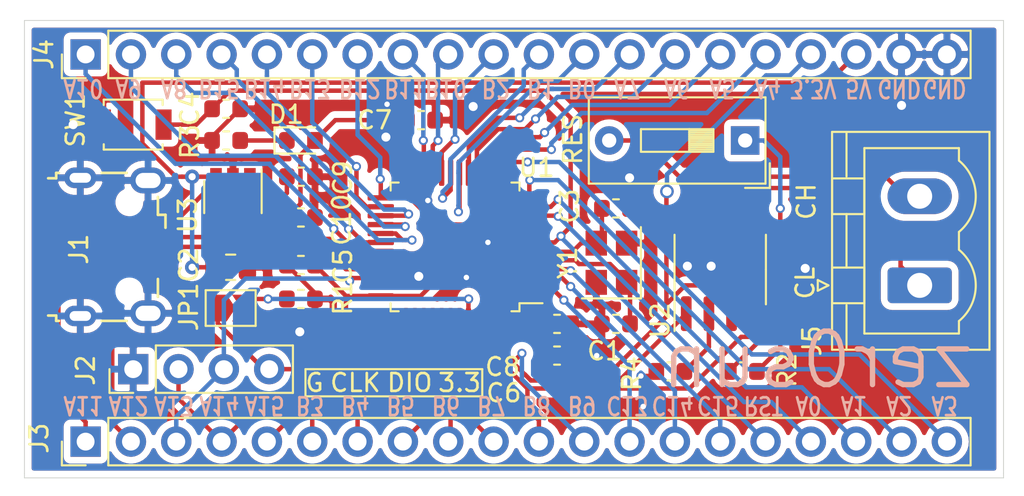
<source format=kicad_pcb>
(kicad_pcb (version 20171130) (host pcbnew 5.1.4+dfsg1-2)
  (layers (0 F.Cu signal) (31 B.Cu signal) (34 B.Paste user) (35 F.Paste user) (36 B.SilkS user) (37 F.SilkS user) (38 B.Mask user) (39 F.Mask user) (44 Edge.Cuts user))
  (net 0 "")
  (net 1 GND)
  (net 2 "Net-(C1-Pad1)")
  (net 3 +5V)
  (net 4 "Net-(C3-Pad1)")
  (net 5 /NRST)
  (net 6 +3V3)
  (net 7 "Net-(D1-Pad1)")
  (net 8 "Net-(J1-Pad4)")
  (net 9 /A12)
  (net 10 /A11)
  (net 11 /A13)
  (net 12 /A14)
  (net 13 /C15)
  (net 14 /C14)
  (net 15 /C13)
  (net 16 /A15)
  (net 17 /A10)
  (net 18 /A9)
  (net 19 /A8)
  (net 20 /A7)
  (net 21 /A6)
  (net 22 /A5)
  (net 23 /A4)
  (net 24 /A3)
  (net 25 /A2)
  (net 26 /A1)
  (net 27 /A0)
  (net 28 /B15)
  (net 29 /B14)
  (net 30 /B13)
  (net 31 /B12)
  (net 32 /B11)
  (net 33 /B10)
  (net 34 /B9)
  (net 35 /B8)
  (net 36 /B7)
  (net 37 /B6)
  (net 38 /B5)
  (net 39 /B4)
  (net 40 /B3)
  (net 41 /B2)
  (net 42 /B1)
  (net 43 /B0)
  (net 44 "Net-(J5-Pad2)")
  (net 45 "Net-(J5-Pad1)")
  (net 46 /BOOT0)
  (net 47 "Net-(R2-Pad2)")
  (net 48 "Net-(R4-Pad1)")
  (net 49 "Net-(U2-Pad5)")
  (net 50 "Net-(U3-Pad4)")
  (module Connector_PinHeader_2.54mm:PinHeader_1x20_P2.54mm_Vertical (layer F.Cu) (at 22.479 65.532 90)
    (fp_text reference J3 (at 0.1905 -2.6035 90) (layer F.SilkS))
    (fp_text value connect)
    (pad 20 thru_hole oval (at 0 48.26 90) (size 1.7 1.7) (drill 1) (layers *.Cu *.Mask) (net 24 /A3))
    (pad 19 thru_hole oval (at 0 45.72 90) (size 1.7 1.7) (drill 1) (layers *.Cu *.Mask) (net 25 /A2))
    (pad 18 thru_hole oval (at 0 43.18 90) (size 1.7 1.7) (drill 1) (layers *.Cu *.Mask) (net 26 /A1))
    (pad 17 thru_hole oval (at 0 40.64 90) (size 1.7 1.7) (drill 1) (layers *.Cu *.Mask) (net 27 /A0))
    (pad 16 thru_hole oval (at 0 38.1 90) (size 1.7 1.7) (drill 1) (layers *.Cu *.Mask) (net 5 /NRST))
    (pad 15 thru_hole oval (at 0 35.56 90) (size 1.7 1.7) (drill 1) (layers *.Cu *.Mask) (net 13 /C15))
    (pad 14 thru_hole oval (at 0 33.02 90) (size 1.7 1.7) (drill 1) (layers *.Cu *.Mask) (net 14 /C14))
    (pad 13 thru_hole oval (at 0 30.48 90) (size 1.7 1.7) (drill 1) (layers *.Cu *.Mask) (net 15 /C13))
    (pad 12 thru_hole oval (at 0 27.94 90) (size 1.7 1.7) (drill 1) (layers *.Cu *.Mask) (net 34 /B9))
    (pad 11 thru_hole oval (at 0 25.4 90) (size 1.7 1.7) (drill 1) (layers *.Cu *.Mask) (net 35 /B8))
    (pad 10 thru_hole oval (at 0 22.86 90) (size 1.7 1.7) (drill 1) (layers *.Cu *.Mask) (net 36 /B7))
    (pad 9 thru_hole oval (at 0 20.32 90) (size 1.7 1.7) (drill 1) (layers *.Cu *.Mask) (net 37 /B6))
    (pad 8 thru_hole oval (at 0 17.78 90) (size 1.7 1.7) (drill 1) (layers *.Cu *.Mask) (net 38 /B5))
    (pad 7 thru_hole oval (at 0 15.24 90) (size 1.7 1.7) (drill 1) (layers *.Cu *.Mask) (net 39 /B4))
    (pad 6 thru_hole oval (at 0 12.7 90) (size 1.7 1.7) (drill 1) (layers *.Cu *.Mask) (net 40 /B3))
    (pad 5 thru_hole oval (at 0 10.16 90) (size 1.7 1.7) (drill 1) (layers *.Cu *.Mask) (net 16 /A15))
    (pad 4 thru_hole oval (at 0 7.62 90) (size 1.7 1.7) (drill 1) (layers *.Cu *.Mask) (net 12 /A14))
    (pad 3 thru_hole oval (at 0 5.08 90) (size 1.7 1.7) (drill 1) (layers *.Cu *.Mask) (net 11 /A13))
    (pad 2 thru_hole oval (at 0 2.54 90) (size 1.7 1.7) (drill 1) (layers *.Cu *.Mask) (net 9 /A12))
    (pad 1 thru_hole rect (at 0 0 90) (size 1.7 1.7) (drill 1) (layers *.Cu *.Mask) (net 10 /A11))
  )
  (module Connector_PinHeader_2.54mm:PinHeader_1x20_P2.54mm_Vertical (layer F.Cu) (at 22.479 43.815 90)
    (fp_text reference J4 (at 0 -2.33 90) (layer F.SilkS))
    (fp_text value connect)
    (pad 20 thru_hole oval (at 0 48.26 90) (size 1.7 1.7) (drill 1) (layers *.Cu *.Mask) (net 1 GND))
    (pad 19 thru_hole oval (at 0 45.72 90) (size 1.7 1.7) (drill 1) (layers *.Cu *.Mask) (net 1 GND))
    (pad 18 thru_hole oval (at 0 43.18 90) (size 1.7 1.7) (drill 1) (layers *.Cu *.Mask) (net 3 +5V))
    (pad 17 thru_hole oval (at 0 40.64 90) (size 1.7 1.7) (drill 1) (layers *.Cu *.Mask) (net 6 +3V3))
    (pad 16 thru_hole oval (at 0 38.1 90) (size 1.7 1.7) (drill 1) (layers *.Cu *.Mask) (net 23 /A4))
    (pad 15 thru_hole oval (at 0 35.56 90) (size 1.7 1.7) (drill 1) (layers *.Cu *.Mask) (net 22 /A5))
    (pad 14 thru_hole oval (at 0 33.02 90) (size 1.7 1.7) (drill 1) (layers *.Cu *.Mask) (net 21 /A6))
    (pad 13 thru_hole oval (at 0 30.48 90) (size 1.7 1.7) (drill 1) (layers *.Cu *.Mask) (net 20 /A7))
    (pad 12 thru_hole oval (at 0 27.94 90) (size 1.7 1.7) (drill 1) (layers *.Cu *.Mask) (net 43 /B0))
    (pad 11 thru_hole oval (at 0 25.4 90) (size 1.7 1.7) (drill 1) (layers *.Cu *.Mask) (net 42 /B1))
    (pad 10 thru_hole oval (at 0 22.86 90) (size 1.7 1.7) (drill 1) (layers *.Cu *.Mask) (net 41 /B2))
    (pad 9 thru_hole oval (at 0 20.32 90) (size 1.7 1.7) (drill 1) (layers *.Cu *.Mask) (net 33 /B10))
    (pad 8 thru_hole oval (at 0 17.78 90) (size 1.7 1.7) (drill 1) (layers *.Cu *.Mask) (net 32 /B11))
    (pad 7 thru_hole oval (at 0 15.24 90) (size 1.7 1.7) (drill 1) (layers *.Cu *.Mask) (net 31 /B12))
    (pad 6 thru_hole oval (at 0 12.7 90) (size 1.7 1.7) (drill 1) (layers *.Cu *.Mask) (net 30 /B13))
    (pad 5 thru_hole oval (at 0 10.16 90) (size 1.7 1.7) (drill 1) (layers *.Cu *.Mask) (net 29 /B14))
    (pad 4 thru_hole oval (at 0 7.62 90) (size 1.7 1.7) (drill 1) (layers *.Cu *.Mask) (net 28 /B15))
    (pad 3 thru_hole oval (at 0 5.08 90) (size 1.7 1.7) (drill 1) (layers *.Cu *.Mask) (net 19 /A8))
    (pad 2 thru_hole oval (at 0 2.54 90) (size 1.7 1.7) (drill 1) (layers *.Cu *.Mask) (net 18 /A9))
    (pad 1 thru_hole rect (at 0 0 90) (size 1.7 1.7) (drill 1) (layers *.Cu *.Mask) (net 17 /A10))
  )
  (module Capacitor_SMD:C_0603_1608Metric (layer F.Cu) (at 52.197 58.928 180)
    (fp_text reference C1 (at 0.635 -1.524) (layer F.SilkS))
    (fp_text value 22pf)
    (pad 2 smd roundrect (at 0.7875 0 180) (size 0.875 0.95) (layers F.Cu F.Paste F.Mask) (net 1 GND))
    (pad 1 smd roundrect (at -0.7875 0 180) (size 0.875 0.95) (layers F.Cu F.Paste F.Mask) (net 2 "Net-(C1-Pad1)"))
  )
  (module Crystal:Crystal_SMD_3225-4Pin_3.2x2.5mm (layer F.Cu) (at 51.943 55.499 90)
    (fp_text reference Y1 (at 0 -2.45 90) (layer F.SilkS))
    (fp_text value GND24)
    (pad 4 smd rect (at -1.1 -0.85 90) (size 1.4 1.2) (layers F.Cu F.Paste F.Mask) (net 1 GND))
    (pad 3 smd rect (at 1.1 -0.85 90) (size 1.4 1.2) (layers F.Cu F.Paste F.Mask) (net 4 "Net-(C3-Pad1)"))
    (pad 2 smd rect (at 1.1 0.85 90) (size 1.4 1.2) (layers F.Cu F.Paste F.Mask) (net 1 GND))
    (pad 1 smd rect (at -1.1 0.85 90) (size 1.4 1.2) (layers F.Cu F.Paste F.Mask) (net 2 "Net-(C1-Pad1)"))
  )
  (module Package_TO_SOT_SMD:SOT-23-5 (layer F.Cu) (at 30.734 51.816 270)
    (fp_text reference U3 (at 1.016 2.54 90) (layer F.SilkS))
    (fp_text value TLV70033_SOT23-5)
    (pad 5 smd rect (at 1.1 -0.95 270) (size 1.06 0.65) (layers F.Cu F.Paste F.Mask) (net 6 +3V3))
    (pad 4 smd rect (at 1.1 0.95 270) (size 1.06 0.65) (layers F.Cu F.Paste F.Mask) (net 50 "Net-(U3-Pad4)"))
    (pad 3 smd rect (at -1.1 0.95 270) (size 1.06 0.65) (layers F.Cu F.Paste F.Mask) (net 3 +5V))
    (pad 2 smd rect (at -1.1 0 270) (size 1.06 0.65) (layers F.Cu F.Paste F.Mask) (net 1 GND))
    (pad 1 smd rect (at -1.1 -0.95 270) (size 1.06 0.65) (layers F.Cu F.Paste F.Mask) (net 3 +5V))
  )
  (module Package_SO:SOIC-8_3.9x4.9mm_P1.27mm (layer F.Cu) (at 58.039 55.88 90)
    (fp_text reference U2 (at -2.8575 -3.3655 90) (layer F.SilkS))
    (fp_text value SN65HVD231)
    (pad 8 smd roundrect (at 2.475 -1.905 90) (size 1.95 0.6) (layers F.Cu F.Paste F.Mask) (net 1 GND))
    (pad 7 smd roundrect (at 2.475 -0.635 90) (size 1.95 0.6) (layers F.Cu F.Paste F.Mask) (net 44 "Net-(J5-Pad2)"))
    (pad 6 smd roundrect (at 2.475 0.635 90) (size 1.95 0.6) (layers F.Cu F.Paste F.Mask) (net 45 "Net-(J5-Pad1)"))
    (pad 5 smd roundrect (at 2.475 1.905 90) (size 1.95 0.6) (layers F.Cu F.Paste F.Mask) (net 49 "Net-(U2-Pad5)"))
    (pad 4 smd roundrect (at -2.475 1.905 90) (size 1.95 0.6) (layers F.Cu F.Paste F.Mask) (net 35 /B8))
    (pad 3 smd roundrect (at -2.475 0.635 90) (size 1.95 0.6) (layers F.Cu F.Paste F.Mask) (net 6 +3V3))
    (pad 2 smd roundrect (at -2.475 -0.635 90) (size 1.95 0.6) (layers F.Cu F.Paste F.Mask) (net 48 "Net-(R4-Pad1)"))
    (pad 1 smd roundrect (at -2.475 -1.905 90) (size 1.95 0.6) (layers F.Cu F.Paste F.Mask) (net 34 /B9))
  )
  (module Package_QFP:LQFP-48_7x7mm_P0.5mm (layer F.Cu) (at 43.18 54.61 180)
    (fp_text reference U1 (at -4.572 4.445) (layer F.SilkS))
    (fp_text value STM32F042C6Tx)
    (pad 48 smd roundrect (at -2.75 -4.1625 180) (size 0.3 1.475) (layers F.Cu F.Paste F.Mask) (net 6 +3V3))
    (pad 47 smd roundrect (at -2.25 -4.1625 180) (size 0.3 1.475) (layers F.Cu F.Paste F.Mask) (net 1 GND))
    (pad 46 smd roundrect (at -1.75 -4.1625 180) (size 0.3 1.475) (layers F.Cu F.Paste F.Mask) (net 34 /B9))
    (pad 45 smd roundrect (at -1.25 -4.1625 180) (size 0.3 1.475) (layers F.Cu F.Paste F.Mask) (net 35 /B8))
    (pad 44 smd roundrect (at -0.75 -4.1625 180) (size 0.3 1.475) (layers F.Cu F.Paste F.Mask) (net 46 /BOOT0))
    (pad 43 smd roundrect (at -0.25 -4.1625 180) (size 0.3 1.475) (layers F.Cu F.Paste F.Mask) (net 36 /B7))
    (pad 42 smd roundrect (at 0.25 -4.1625 180) (size 0.3 1.475) (layers F.Cu F.Paste F.Mask) (net 37 /B6))
    (pad 41 smd roundrect (at 0.75 -4.1625 180) (size 0.3 1.475) (layers F.Cu F.Paste F.Mask) (net 38 /B5))
    (pad 40 smd roundrect (at 1.25 -4.1625 180) (size 0.3 1.475) (layers F.Cu F.Paste F.Mask) (net 39 /B4))
    (pad 39 smd roundrect (at 1.75 -4.1625 180) (size 0.3 1.475) (layers F.Cu F.Paste F.Mask) (net 40 /B3))
    (pad 38 smd roundrect (at 2.25 -4.1625 180) (size 0.3 1.475) (layers F.Cu F.Paste F.Mask) (net 16 /A15))
    (pad 37 smd roundrect (at 2.75 -4.1625 180) (size 0.3 1.475) (layers F.Cu F.Paste F.Mask) (net 12 /A14))
    (pad 36 smd roundrect (at 4.1625 -2.75 180) (size 1.475 0.3) (layers F.Cu F.Paste F.Mask) (net 6 +3V3))
    (pad 35 smd roundrect (at 4.1625 -2.25 180) (size 1.475 0.3) (layers F.Cu F.Paste F.Mask) (net 1 GND))
    (pad 34 smd roundrect (at 4.1625 -1.75 180) (size 1.475 0.3) (layers F.Cu F.Paste F.Mask) (net 11 /A13))
    (pad 33 smd roundrect (at 4.1625 -1.25 180) (size 1.475 0.3) (layers F.Cu F.Paste F.Mask) (net 9 /A12))
    (pad 32 smd roundrect (at 4.1625 -0.75 180) (size 1.475 0.3) (layers F.Cu F.Paste F.Mask) (net 10 /A11))
    (pad 31 smd roundrect (at 4.1625 -0.25 180) (size 1.475 0.3) (layers F.Cu F.Paste F.Mask) (net 17 /A10))
    (pad 30 smd roundrect (at 4.1625 0.25 180) (size 1.475 0.3) (layers F.Cu F.Paste F.Mask) (net 18 /A9))
    (pad 29 smd roundrect (at 4.1625 0.75 180) (size 1.475 0.3) (layers F.Cu F.Paste F.Mask) (net 19 /A8))
    (pad 28 smd roundrect (at 4.1625 1.25 180) (size 1.475 0.3) (layers F.Cu F.Paste F.Mask) (net 28 /B15))
    (pad 27 smd roundrect (at 4.1625 1.75 180) (size 1.475 0.3) (layers F.Cu F.Paste F.Mask) (net 29 /B14))
    (pad 26 smd roundrect (at 4.1625 2.25 180) (size 1.475 0.3) (layers F.Cu F.Paste F.Mask) (net 30 /B13))
    (pad 25 smd roundrect (at 4.1625 2.75 180) (size 1.475 0.3) (layers F.Cu F.Paste F.Mask) (net 31 /B12))
    (pad 24 smd roundrect (at 2.75 4.1625 180) (size 0.3 1.475) (layers F.Cu F.Paste F.Mask) (net 6 +3V3))
    (pad 23 smd roundrect (at 2.25 4.1625 180) (size 0.3 1.475) (layers F.Cu F.Paste F.Mask) (net 1 GND))
    (pad 22 smd roundrect (at 1.75 4.1625 180) (size 0.3 1.475) (layers F.Cu F.Paste F.Mask) (net 32 /B11))
    (pad 21 smd roundrect (at 1.25 4.1625 180) (size 0.3 1.475) (layers F.Cu F.Paste F.Mask) (net 33 /B10))
    (pad 20 smd roundrect (at 0.75 4.1625 180) (size 0.3 1.475) (layers F.Cu F.Paste F.Mask) (net 41 /B2))
    (pad 19 smd roundrect (at 0.25 4.1625 180) (size 0.3 1.475) (layers F.Cu F.Paste F.Mask) (net 42 /B1))
    (pad 18 smd roundrect (at -0.25 4.1625 180) (size 0.3 1.475) (layers F.Cu F.Paste F.Mask) (net 43 /B0))
    (pad 17 smd roundrect (at -0.75 4.1625 180) (size 0.3 1.475) (layers F.Cu F.Paste F.Mask) (net 20 /A7))
    (pad 16 smd roundrect (at -1.25 4.1625 180) (size 0.3 1.475) (layers F.Cu F.Paste F.Mask) (net 21 /A6))
    (pad 15 smd roundrect (at -1.75 4.1625 180) (size 0.3 1.475) (layers F.Cu F.Paste F.Mask) (net 22 /A5))
    (pad 14 smd roundrect (at -2.25 4.1625 180) (size 0.3 1.475) (layers F.Cu F.Paste F.Mask) (net 23 /A4))
    (pad 13 smd roundrect (at -2.75 4.1625 180) (size 0.3 1.475) (layers F.Cu F.Paste F.Mask) (net 24 /A3))
    (pad 12 smd roundrect (at -4.1625 2.75 180) (size 1.475 0.3) (layers F.Cu F.Paste F.Mask) (net 25 /A2))
    (pad 11 smd roundrect (at -4.1625 2.25 180) (size 1.475 0.3) (layers F.Cu F.Paste F.Mask) (net 26 /A1))
    (pad 10 smd roundrect (at -4.1625 1.75 180) (size 1.475 0.3) (layers F.Cu F.Paste F.Mask) (net 27 /A0))
    (pad 9 smd roundrect (at -4.1625 1.25 180) (size 1.475 0.3) (layers F.Cu F.Paste F.Mask) (net 6 +3V3))
    (pad 8 smd roundrect (at -4.1625 0.75 180) (size 1.475 0.3) (layers F.Cu F.Paste F.Mask) (net 1 GND))
    (pad 7 smd roundrect (at -4.1625 0.25 180) (size 1.475 0.3) (layers F.Cu F.Paste F.Mask) (net 5 /NRST))
    (pad 6 smd roundrect (at -4.1625 -0.25 180) (size 1.475 0.3) (layers F.Cu F.Paste F.Mask) (net 4 "Net-(C3-Pad1)"))
    (pad 5 smd roundrect (at -4.1625 -0.75 180) (size 1.475 0.3) (layers F.Cu F.Paste F.Mask) (net 2 "Net-(C1-Pad1)"))
    (pad 4 smd roundrect (at -4.1625 -1.25 180) (size 1.475 0.3) (layers F.Cu F.Paste F.Mask) (net 13 /C15))
    (pad 3 smd roundrect (at -4.1625 -1.75 180) (size 1.475 0.3) (layers F.Cu F.Paste F.Mask) (net 14 /C14))
    (pad 2 smd roundrect (at -4.1625 -2.25 180) (size 1.475 0.3) (layers F.Cu F.Paste F.Mask) (net 15 /C13))
    (pad 1 smd roundrect (at -4.1625 -2.75 180) (size 1.475 0.3) (layers F.Cu F.Paste F.Mask) (net 6 +3V3))
  )
  (module Button_Switch_THT:SW_DIP_SPSTx01_Slide_9.78x4.72mm_W7.62mm_P2.54mm (layer F.Cu) (at 59.436 48.641 180)
    (fp_text reference RES (at 9.652 0.0635 90) (layer F.SilkS))
    (fp_text value Term)
    (pad 2 thru_hole oval (at 7.62 0 180) (size 1.6 1.6) (drill 0.8) (layers *.Cu *.Mask) (net 44 "Net-(J5-Pad2)"))
    (pad 1 thru_hole rect (at 0 0 180) (size 1.6 1.6) (drill 0.8) (layers *.Cu *.Mask) (net 47 "Net-(R2-Pad2)"))
  )
  (module Button_Switch_SMD:SW_SPST_B3U-1000P (layer F.Cu) (at 25.146 47.752)
    (fp_text reference SW1 (at -3.2385 -0.254 90) (layer F.SilkS))
    (fp_text value reset)
    (pad 2 smd rect (at 1.7 0) (size 0.9 1.7) (layers F.Cu F.Paste F.Mask) (net 5 /NRST))
    (pad 1 smd rect (at -1.7 0) (size 0.9 1.7) (layers F.Cu F.Paste F.Mask) (net 1 GND))
  )
  (module Resistor_SMD:R_0603_1608Metric (layer F.Cu) (at 55.245 61.595 180)
    (fp_text reference R4 (at 2.159 -0.127 90) (layer F.SilkS))
    (fp_text value 0)
    (pad 2 smd roundrect (at 0.7875 0 180) (size 0.875 0.95) (layers F.Cu F.Paste F.Mask) (net 1 GND))
    (pad 1 smd roundrect (at -0.7875 0 180) (size 0.875 0.95) (layers F.Cu F.Paste F.Mask) (net 48 "Net-(R4-Pad1)"))
  )
  (module Resistor_SMD:R_0603_1608Metric (layer F.Cu) (at 30.353 48.641)
    (fp_text reference R3 (at -2.032 0.0635 90) (layer F.SilkS))
    (fp_text value 1k)
    (pad 2 smd roundrect (at 0.7875 0) (size 0.875 0.95) (layers F.Cu F.Paste F.Mask) (net 7 "Net-(D1-Pad1)"))
    (pad 1 smd roundrect (at -0.7875 0) (size 0.875 0.95) (layers F.Cu F.Paste F.Mask) (net 1 GND))
  )
  (module Resistor_SMD:R_0603_1608Metric (layer F.Cu) (at 59.309 61.595)
    (fp_text reference R2 (at 2.4765 -0.0635 90) (layer F.SilkS))
    (fp_text value 120)
    (pad 2 smd roundrect (at 0.7875 0) (size 0.875 0.95) (layers F.Cu F.Paste F.Mask) (net 47 "Net-(R2-Pad2)"))
    (pad 1 smd roundrect (at -0.7875 0) (size 0.875 0.95) (layers F.Cu F.Paste F.Mask) (net 45 "Net-(J5-Pad1)"))
  )
  (module Resistor_SMD:R_0603_1608Metric (layer F.Cu) (at 34.544 57.531)
    (fp_text reference R1 (at 2.3495 -0.0635 90) (layer F.SilkS))
    (fp_text value 10k)
    (pad 2 smd roundrect (at 0.7875 0) (size 0.875 0.95) (layers F.Cu F.Paste F.Mask) (net 1 GND))
    (pad 1 smd roundrect (at -0.7875 0) (size 0.875 0.95) (layers F.Cu F.Paste F.Mask) (net 46 /BOOT0))
  )
  (module Jumper:SolderJumper-2_P1.3mm_Open_TrianglePad1.0x1.5mm (layer F.Cu) (at 30.607 58.039)
    (fp_text reference JP1 (at -2.3495 -0.0635 90) (layer F.SilkS))
    (fp_text value bootmode)
    (pad 1 smd custom (at -0.725 0) (size 0.3 0.3) (layers F.Cu F.Mask) (net 6 +3V3) (options (clearance outline) (anchor rect)) (primitives (gr_poly (pts (xy -0.5 -0.75) (xy 0.5 -0.75) (xy 1 0) (xy 0.5 0.75) (xy -0.5 0.75)) (width 0))))
    (pad 2 smd custom (at 0.725 0) (size 0.3 0.3) (layers F.Cu F.Mask) (net 46 /BOOT0) (options (clearance outline) (anchor rect)) (primitives (gr_poly (pts (xy -0.65 -0.75) (xy 0.5 -0.75) (xy 0.5 0.75) (xy -0.65 0.75) (xy -0.15 0)) (width 0))))
  )
  (module Connector_Phoenix_MSTB:PhoenixContact_MSTBVA_2,5_2-G_1x02_P5.00mm_Vertical (layer F.Cu) (at 69.215 56.769 90)
    (fp_text reference J5 (at -3.1115 -6.0325 90) (layer F.SilkS))
    (fp_text value CANBUS)
    (pad 2 thru_hole oval (at 5 0 90) (size 2 3.6) (drill 1.4) (layers *.Cu *.Mask) (net 44 "Net-(J5-Pad2)"))
    (pad 1 thru_hole roundrect (at 0 0 90) (size 2 3.6) (drill 1.4) (layers *.Cu *.Mask) (roundrect_rratio 0.125) (net 45 "Net-(J5-Pad1)"))
  )
  (module Connector_PinHeader_2.54mm:PinHeader_1x04_P2.54mm_Vertical (layer F.Cu) (at 25.146 61.468 90)
    (fp_text reference J2 (at -0.0635 -2.667 90) (layer F.SilkS))
    (fp_text value DEBUG)
    (pad 4 thru_hole oval (at 0 7.62 90) (size 1.7 1.7) (drill 1) (layers *.Cu *.Mask) (net 6 +3V3))
    (pad 3 thru_hole oval (at 0 5.08 90) (size 1.7 1.7) (drill 1) (layers *.Cu *.Mask) (net 11 /A13))
    (pad 2 thru_hole oval (at 0 2.54 90) (size 1.7 1.7) (drill 1) (layers *.Cu *.Mask) (net 12 /A14))
    (pad 1 thru_hole rect (at 0 0 90) (size 1.7 1.7) (drill 1) (layers *.Cu *.Mask) (net 1 GND))
  )
  (module Connector_USB:USB_Micro-B_Wuerth_629105150521 (layer F.Cu) (at 24.13 54.61 270)
    (fp_text reference J1 (at 0.127 2.032 90) (layer F.SilkS))
    (fp_text value USB_B_Micro)
    (pad "" np_thru_hole oval (at 2.5 -0.8 270) (size 0.8 0.8) (drill 0.8) (layers *.Cu *.Mask))
    (pad "" np_thru_hole oval (at -2.5 -0.8 270) (size 0.8 0.8) (drill 0.8) (layers *.Cu *.Mask))
    (pad 6 thru_hole oval (at 3.875 1.95 270) (size 1.15 1.8) (drill oval 0.55 1.2) (layers *.Cu *.Mask) (net 1 GND))
    (pad 6 thru_hole oval (at -3.875 1.95 270) (size 1.15 1.8) (drill oval 0.55 1.2) (layers *.Cu *.Mask) (net 1 GND))
    (pad 6 thru_hole oval (at 3.725 -1.85 270) (size 1.45 2) (drill oval 0.85 1.4) (layers *.Cu *.Mask) (net 1 GND))
    (pad 6 thru_hole oval (at -3.725 -1.85 270) (size 1.45 2) (drill oval 0.85 1.4) (layers *.Cu *.Mask) (net 1 GND))
    (pad 5 smd rect (at 1.3 -1.9 270) (size 0.45 1.3) (layers F.Cu F.Paste F.Mask) (net 1 GND))
    (pad 4 smd rect (at 0.65 -1.9 270) (size 0.45 1.3) (layers F.Cu F.Paste F.Mask) (net 8 "Net-(J1-Pad4)"))
    (pad 3 smd rect (at 0 -1.9 270) (size 0.45 1.3) (layers F.Cu F.Paste F.Mask) (net 9 /A12))
    (pad 2 smd rect (at -0.65 -1.9 270) (size 0.45 1.3) (layers F.Cu F.Paste F.Mask) (net 10 /A11))
    (pad 1 smd rect (at -1.3 -1.9 270) (size 0.45 1.3) (layers F.Cu F.Paste F.Mask) (net 3 +5V))
  )
  (module LED_SMD:LED_0603_1608Metric (layer F.Cu) (at 34.544 48.641)
    (fp_text reference D1 (at -0.8255 -1.4605) (layer F.SilkS))
    (fp_text value power)
    (pad 2 smd roundrect (at 0.7875 0) (size 0.875 0.95) (layers F.Cu F.Paste F.Mask) (net 6 +3V3))
    (pad 1 smd roundrect (at -0.7875 0) (size 0.875 0.95) (layers F.Cu F.Paste F.Mask) (net 7 "Net-(D1-Pad1)"))
  )
  (module Capacitor_SMD:C_0603_1608Metric (layer F.Cu) (at 34.544 52.959)
    (fp_text reference C10 (at 2.286 0.127 90) (layer F.SilkS))
    (fp_text value C)
    (pad 2 smd roundrect (at 0.7875 0) (size 0.875 0.95) (layers F.Cu F.Paste F.Mask) (net 1 GND))
    (pad 1 smd roundrect (at -0.7875 0) (size 0.875 0.95) (layers F.Cu F.Paste F.Mask) (net 6 +3V3))
  )
  (module Capacitor_SMD:C_0603_1608Metric (layer F.Cu) (at 34.544 50.673)
    (fp_text reference C9 (at 2.3495 0.0635 270) (layer F.SilkS))
    (fp_text value C)
    (pad 2 smd roundrect (at 0.7875 0) (size 0.875 0.95) (layers F.Cu F.Paste F.Mask) (net 1 GND))
    (pad 1 smd roundrect (at -0.7875 0) (size 0.875 0.95) (layers F.Cu F.Paste F.Mask) (net 3 +5V))
  )
  (module Capacitor_SMD:C_0603_1608Metric (layer F.Cu) (at 48.895 58.928 180)
    (fp_text reference C8 (at 3.048 -2.413) (layer F.SilkS))
    (fp_text value 100nf)
    (pad 2 smd roundrect (at 0.7875 0 180) (size 0.875 0.95) (layers F.Cu F.Paste F.Mask) (net 6 +3V3))
    (pad 1 smd roundrect (at -0.7875 0 180) (size 0.875 0.95) (layers F.Cu F.Paste F.Mask) (net 1 GND))
  )
  (module Capacitor_SMD:C_0603_1608Metric (layer F.Cu) (at 41.275 47.498 180)
    (fp_text reference C7 (at 2.6035 0) (layer F.SilkS))
    (fp_text value 100nf)
    (pad 2 smd roundrect (at 0.7875 0 180) (size 0.875 0.95) (layers F.Cu F.Paste F.Mask) (net 6 +3V3))
    (pad 1 smd roundrect (at -0.7875 0 180) (size 0.875 0.95) (layers F.Cu F.Paste F.Mask) (net 1 GND))
  )
  (module Capacitor_SMD:C_0603_1608Metric (layer F.Cu) (at 48.895 60.706 180)
    (fp_text reference C6 (at 2.9845 -2.0955) (layer F.SilkS))
    (fp_text value 100nf)
    (pad 2 smd roundrect (at 0.7875 0 180) (size 0.875 0.95) (layers F.Cu F.Paste F.Mask) (net 6 +3V3))
    (pad 1 smd roundrect (at -0.7875 0 180) (size 0.875 0.95) (layers F.Cu F.Paste F.Mask) (net 1 GND))
  )
  (module Capacitor_SMD:C_0603_1608Metric (layer F.Cu) (at 34.544 55.626)
    (fp_text reference C5 (at 2.3495 0.0635 90) (layer F.SilkS))
    (fp_text value 100nf)
    (pad 2 smd roundrect (at 0.7875 0) (size 0.875 0.95) (layers F.Cu F.Paste F.Mask) (net 6 +3V3))
    (pad 1 smd roundrect (at -0.7875 0) (size 0.875 0.95) (layers F.Cu F.Paste F.Mask) (net 1 GND))
  )
  (module Capacitor_SMD:C_0603_1608Metric (layer F.Cu) (at 30.353 46.863)
    (fp_text reference C4 (at -2.032 0 90) (layer F.SilkS))
    (fp_text value 100nf)
    (pad 2 smd roundrect (at 0.7875 0) (size 0.875 0.95) (layers F.Cu F.Paste F.Mask) (net 1 GND))
    (pad 1 smd roundrect (at -0.7875 0) (size 0.875 0.95) (layers F.Cu F.Paste F.Mask) (net 5 /NRST))
  )
  (module Capacitor_SMD:C_0603_1608Metric (layer F.Cu) (at 52.197 52.451)
    (fp_text reference C3 (at -2.6035 -0.127 90) (layer F.SilkS))
    (fp_text value 22pf)
    (pad 2 smd roundrect (at 0.7875 0) (size 0.875 0.95) (layers F.Cu F.Paste F.Mask) (net 1 GND))
    (pad 1 smd roundrect (at -0.7875 0) (size 0.875 0.95) (layers F.Cu F.Paste F.Mask) (net 4 "Net-(C3-Pad1)"))
  )
  (module Capacitor_SMD:C_0805_2012Metric (layer F.Cu) (at 30.607 55.753)
    (fp_text reference C2 (at -2.3495 -0.127 90) (layer F.SilkS))
    (fp_text value 4.7uf)
    (pad 2 smd roundrect (at 0.9375 0) (size 0.975 1.4) (layers F.Cu F.Paste F.Mask) (net 1 GND))
    (pad 1 smd roundrect (at -0.9375 0) (size 0.975 1.4) (layers F.Cu F.Paste F.Mask) (net 3 +5V))
  )
  (gr_text G (at 35.306 62.23) (layer F.SilkS) (effects (font (size 1 1))))
  (gr_line (start 73.914 67.564) (end 73.914 67.31) (layer Edge.Cuts) (width 0.05))
  (gr_line (start 19.05 67.564) (end 73.914 67.564) (layer Edge.Cuts) (width 0.05))
  (gr_line (start 19.05 67.31) (end 19.05 67.564) (layer Edge.Cuts) (width 0.05))
  (gr_line (start 19.05 67.31) (end 19.05 41.91) (layer Edge.Cuts) (width 0.05))
  (gr_line (start 73.914 41.91) (end 73.914 67.31) (layer Edge.Cuts) (width 0.05))
  (gr_line (start 19.05 41.91) (end 73.914 41.91) (layer Edge.Cuts) (width 0.05))
  (gr_text GND (at 70.612 45.72 180) (layer B.SilkS) (effects (font (size 1 0.8)) (justify mirror)))
  (gr_text GND (at 68.072 45.72 180) (layer B.SilkS) (effects (font (size 1 0.8)) (justify mirror)))
  (gr_text 5V (at 65.786 45.72 180) (layer B.SilkS) (effects (font (size 1 0.8)) (justify mirror)))
  (gr_text 3.3V (at 63.246 45.72 180) (layer B.SilkS) (effects (font (size 1 0.8)) (justify mirror)))
  (gr_text A4 (at 60.706 45.72 180) (layer B.SilkS) (effects (font (size 1 0.8)) (justify mirror)))
  (gr_text A5 (at 58.166 45.72 180) (layer B.SilkS) (effects (font (size 1 0.8)) (justify mirror)))
  (gr_text A6 (at 55.626 45.72 180) (layer B.SilkS) (effects (font (size 1 0.8)) (justify mirror)))
  (gr_text A7 (at 52.832 45.72 180) (layer B.SilkS) (effects (font (size 1 0.8)) (justify mirror)))
  (gr_text B0 (at 50.292 45.72 180) (layer B.SilkS) (effects (font (size 1 0.8)) (justify mirror)))
  (gr_text B1 (at 48.006 45.72 180) (layer B.SilkS) (effects (font (size 1 0.8)) (justify mirror)))
  (gr_text B2 (at 45.466 45.72 180) (layer B.SilkS) (effects (font (size 1 0.8)) (justify mirror)))
  (gr_text B10 (at 42.672 45.72 180) (layer B.SilkS) (effects (font (size 1 0.8)) (justify mirror)))
  (gr_text B11 (at 40.386 45.72 180) (layer B.SilkS) (effects (font (size 1 0.8)) (justify mirror)))
  (gr_text B12 (at 37.846 45.72 180) (layer B.SilkS) (effects (font (size 1 0.8)) (justify mirror)))
  (gr_text B13 (at 35.052 45.72 180) (layer B.SilkS) (effects (font (size 1 0.8)) (justify mirror)))
  (gr_text B14 (at 32.512 45.72 180) (layer B.SilkS) (effects (font (size 1 0.8)) (justify mirror)))
  (gr_text B15 (at 29.972 45.72 180) (layer B.SilkS) (effects (font (size 1 0.8)) (justify mirror)))
  (gr_text A8 (at 27.432 45.72 180) (layer B.SilkS) (effects (font (size 1 0.8)) (justify mirror)))
  (gr_text A9 (at 24.892 45.72 180) (layer B.SilkS) (effects (font (size 1 0.8)) (justify mirror)))
  (gr_text A10 (at 22.352 45.72 180) (layer B.SilkS) (effects (font (size 1 0.8)) (justify mirror)))
  (gr_text A3 (at 70.612 63.5 180) (layer B.SilkS) (effects (font (size 1 0.8)) (justify mirror)))
  (gr_text A2 (at 68.072 63.5 180) (layer B.SilkS) (effects (font (size 1 0.8)) (justify mirror)))
  (gr_text A1 (at 65.532 63.5 180) (layer B.SilkS) (effects (font (size 1 0.8)) (justify mirror)))
  (gr_text A0 (at 62.992 63.5 180) (layer B.SilkS) (effects (font (size 1 0.8)) (justify mirror)))
  (gr_text RST (at 60.452 63.5 180) (layer B.SilkS) (effects (font (size 1 0.8)) (justify mirror)))
  (gr_text C15 (at 57.912 63.5 180) (layer B.SilkS) (effects (font (size 1 0.8)) (justify mirror)))
  (gr_text C14 (at 55.372 63.5 180) (layer B.SilkS) (effects (font (size 1 0.8)) (justify mirror)))
  (gr_text C13 (at 52.832 63.5 180) (layer B.SilkS) (effects (font (size 1 0.8)) (justify mirror)))
  (gr_text B9 (at 50.292 63.5 180) (layer B.SilkS) (effects (font (size 1 0.8)) (justify mirror)))
  (gr_text B8 (at 47.752 63.5 180) (layer B.SilkS) (effects (font (size 1 0.8)) (justify mirror)))
  (gr_text B7 (at 45.212 63.5 180) (layer B.SilkS) (effects (font (size 1 0.8)) (justify mirror)))
  (gr_text B6 (at 42.672 63.5 180) (layer B.SilkS) (effects (font (size 1 0.8)) (justify mirror)))
  (gr_text B5 (at 40.132 63.5 180) (layer B.SilkS) (effects (font (size 1 0.8)) (justify mirror)))
  (gr_text B4 (at 37.592 63.5 180) (layer B.SilkS) (effects (font (size 1 0.8)) (justify mirror)))
  (gr_text B3 (at 35.052 63.5 180) (layer B.SilkS) (effects (font (size 1 0.8)) (justify mirror)))
  (gr_text A15 (at 32.512 63.5 180) (layer B.SilkS) (effects (font (size 1 0.8)) (justify mirror)))
  (gr_text A14 (at 29.972 63.5 180) (layer B.SilkS) (effects (font (size 1 0.8)) (justify mirror)))
  (gr_text A13 (at 27.432 63.5 180) (layer B.SilkS) (effects (font (size 1 0.8)) (justify mirror)))
  (gr_text A12 (at 24.892 63.5 180) (layer B.SilkS) (effects (font (size 1 0.8)) (justify mirror)))
  (gr_text A11 (at 22.352 63.5 180) (layer B.SilkS) (effects (font (size 1 0.8)) (justify mirror)))
  (gr_line (start 34.798 61.468) (end 35.306 61.468) (layer F.SilkS) (width 0.12))
  (gr_line (start 34.798 62.992) (end 34.798 61.468) (layer F.SilkS) (width 0.12))
  (gr_line (start 44.704 62.992) (end 34.798 62.992) (layer F.SilkS) (width 0.12))
  (gr_line (start 44.704 61.468) (end 44.704 62.992) (layer F.SilkS) (width 0.12))
  (gr_line (start 35.052 61.468) (end 44.704 61.468) (layer F.SilkS) (width 0.12))
  (gr_text 3.3 (at 43.434 62.23) (layer F.SilkS) (effects (font (size 1 1))))
  (gr_text DIO (at 40.64 62.23) (layer F.SilkS) (effects (font (size 1 1))))
  (gr_text CLK (at 37.592 62.23) (layer F.SilkS) (effects (font (size 1 1))))
  (gr_text zer0sun (at 63.5 60.96) (layer B.SilkS) (effects (font (size 3 3) (thickness 0.3)) (justify mirror)))
  (gr_text CH (at 62.865 52.07 90) (layer F.SilkS) (effects (font (size 1 1))))
  (gr_text CL (at 62.8015 56.642 90) (layer F.SilkS) (effects (font (size 1 1))))
  (via (at 68.199 46.6725) (size 0.762) (drill 0.508) (layers F.Cu B.Cu) (net 1))
  (via (at 62.8015 55.8165) (size 0.762) (drill 0.508) (layers F.Cu B.Cu) (net 1))
  (via (at 44.196 46.736) (size 0.762) (drill 0.508) (layers F.Cu B.Cu) (net 1))
  (via (at 51.1175 60.706) (size 0.508) (drill 0.3048) (layers F.Cu B.Cu) (net 1))
  (via (at 34.4805 59.3725) (size 0.762) (drill 0.508) (layers F.Cu B.Cu) (net 1))
  (via (at 45.0215 54.356) (size 0.508) (drill 0.3048) (layers F.Cu B.Cu) (net 1))
  (via (at 43.815 56.3245) (size 0.508) (drill 0.3048) (layers F.Cu B.Cu) (net 1))
  (via (at 41.148 56.261) (size 0.762) (drill 0.508) (layers F.Cu B.Cu) (net 1))
  (via (at 41.656 52.0065) (size 0.508) (drill 0.3048) (layers F.Cu B.Cu) (net 1))
  (via (at 52.959 50.7365) (size 0.762) (drill 0.508) (layers F.Cu B.Cu) (net 1))
  (via (at 57.531 55.6895) (size 0.762) (drill 0.508) (layers F.Cu B.Cu) (net 1))
  (via (at 56.1975 55.6895) (size 0.762) (drill 0.508) (layers F.Cu B.Cu) (net 1))
  (segment (start 33.6295 55.753) (end 33.7565 55.626) (width 0.25) (layer F.Cu) (net 1))
  (segment (start 40.93 51.2805) (end 41.656 52.0065) (width 0.25) (layer F.Cu) (net 1))
  (segment (start 40.93 50.4475) (end 40.93 51.2805) (width 0.25) (layer F.Cu) (net 1))
  (segment (start 35.3315 57.201) (end 35.3315 57.531) (width 0.25) (layer F.Cu) (net 1))
  (segment (start 33.7565 55.626) (end 35.3315 57.201) (width 0.25) (layer F.Cu) (net 1))
  (segment (start 40.549 56.86) (end 41.148 56.261) (width 0.25) (layer F.Cu) (net 1))
  (segment (start 39.0175 56.86) (end 40.549 56.86) (width 0.25) (layer F.Cu) (net 1))
  (segment (start 45.43 58.7725) (end 45.43 58.4475) (width 0.25) (layer F.Cu) (net 1))
  (segment (start 45.40501 58.42251) (end 45.40501 57.59701) (width 0.25) (layer F.Cu) (net 1))
  (segment (start 45.43 58.4475) (end 45.40501 58.42251) (width 0.25) (layer F.Cu) (net 1))
  (segment (start 45.212 57.404) (end 45.1485 57.404) (width 0.25) (layer F.Cu) (net 1))
  (segment (start 45.40501 57.59701) (end 45.212 57.404) (width 0.25) (layer F.Cu) (net 1))
  (segment (start 47.3425 53.86) (end 46.1525 53.86) (width 0.25) (layer F.Cu) (net 1))
  (segment (start 45.6565 54.356) (end 45.0215 54.356) (width 0.25) (layer F.Cu) (net 1))
  (segment (start 46.1525 53.86) (end 45.6565 54.356) (width 0.25) (layer F.Cu) (net 1))
  (via (at 21.7805 47.752) (size 0.762) (drill 0.508) (layers F.Cu B.Cu) (net 1))
  (segment (start 29.5655 48.438) (end 31.1405 46.863) (width 0.25) (layer F.Cu) (net 1))
  (segment (start 29.5655 48.641) (end 29.5655 48.438) (width 0.25) (layer F.Cu) (net 1))
  (via (at 39.3065 48.4505) (size 0.762) (drill 0.508) (layers F.Cu B.Cu) (net 1))
  (via (at 53.721 63.5635) (size 0.508) (drill 0.3048) (layers F.Cu B.Cu) (net 1))
  (via (at 53.594 61.849) (size 0.508) (drill 0.3048) (layers F.Cu B.Cu) (net 1))
  (segment (start 54.2035 61.849) (end 54.4575 61.595) (width 0.25) (layer F.Cu) (net 1))
  (segment (start 53.594 61.849) (end 54.2035 61.849) (width 0.25) (layer F.Cu) (net 1))
  (via (at 39.37 46.609) (size 0.508) (drill 0.3048) (layers F.Cu B.Cu) (net 1))
  (segment (start 51.867999 55.573999) (end 52.793 56.499) (width 0.25) (layer F.Cu) (net 2))
  (segment (start 50.132409 55.573999) (end 51.867999 55.573999) (width 0.25) (layer F.Cu) (net 2))
  (segment (start 52.793 56.499) (end 52.793 56.599) (width 0.25) (layer F.Cu) (net 2))
  (segment (start 49.91841 55.36) (end 50.132409 55.573999) (width 0.25) (layer F.Cu) (net 2))
  (segment (start 47.3425 55.36) (end 49.91841 55.36) (width 0.25) (layer F.Cu) (net 2))
  (segment (start 52.9845 56.7905) (end 52.793 56.599) (width 0.25) (layer F.Cu) (net 2))
  (segment (start 52.9845 58.547) (end 52.9845 56.7905) (width 0.25) (layer F.Cu) (net 2))
  (segment (start 29.784 50.921) (end 29.784 50.716) (width 0.25) (layer F.Cu) (net 3))
  (segment (start 33.7565 51.5875) (end 33.7565 50.673) (width 0.25) (layer F.Cu) (net 3))
  (segment (start 33.528 51.816) (end 33.7565 51.5875) (width 0.25) (layer F.Cu) (net 3))
  (segment (start 31.684 51.75) (end 31.75 51.816) (width 0.25) (layer F.Cu) (net 3))
  (segment (start 31.684 50.716) (end 31.684 51.75) (width 0.25) (layer F.Cu) (net 3))
  (segment (start 31.75 51.816) (end 33.528 51.816) (width 0.25) (layer F.Cu) (net 3))
  (segment (start 29.113263 51.592263) (end 29.113 51.592) (width 0.25) (layer F.Cu) (net 3))
  (segment (start 27.395 53.31) (end 29.113 51.592) (width 0.25) (layer F.Cu) (net 3))
  (segment (start 29.113 51.592) (end 29.784 50.921) (width 0.25) (layer F.Cu) (net 3))
  (segment (start 31.75 51.816) (end 29.143526 51.816) (width 0.25) (layer F.Cu) (net 3))
  (segment (start 29.143526 51.816) (end 29.113263 51.785737) (width 0.25) (layer F.Cu) (net 3))
  (segment (start 29.113263 51.785737) (end 29.113263 51.592263) (width 0.25) (layer F.Cu) (net 3))
  (via (at 28.448 55.753) (size 0.8) (drill 0.4) (layers F.Cu B.Cu) (net 3))
  (segment (start 29.6695 55.753) (end 28.448 55.753) (width 0.25) (layer F.Cu) (net 3))
  (via (at 28.448 50.673) (size 0.8) (drill 0.4) (layers F.Cu B.Cu) (net 3))
  (segment (start 28.448 55.753) (end 28.448 50.673) (width 0.25) (layer B.Cu) (net 3))
  (segment (start 29.741 50.673) (end 29.784 50.716) (width 0.25) (layer F.Cu) (net 3))
  (segment (start 28.448 50.673) (end 29.741 50.673) (width 0.25) (layer F.Cu) (net 3))
  (segment (start 64.07701 45.39699) (end 25.65951 45.39699) (width 0.25) (layer F.Cu) (net 3))
  (segment (start 65.659 43.815) (end 64.07701 45.39699) (width 0.25) (layer F.Cu) (net 3))
  (segment (start 27.882315 50.673) (end 28.448 50.673) (width 0.25) (layer F.Cu) (net 3))
  (segment (start 27.527938 50.673) (end 27.882315 50.673) (width 0.25) (layer F.Cu) (net 3))
  (segment (start 25.65951 48.804572) (end 27.527938 50.673) (width 0.25) (layer F.Cu) (net 3))
  (segment (start 25.65951 45.39699) (end 25.65951 48.804572) (width 0.25) (layer F.Cu) (net 3))
  (segment (start 26.03 53.31) (end 27.395 53.31) (width 0.25) (layer F.Cu) (net 3))
  (segment (start 47.36749 54.88499) (end 47.3425 54.86) (width 0.25) (layer F.Cu) (net 4))
  (segment (start 49.75701 54.88499) (end 47.36749 54.88499) (width 0.25) (layer F.Cu) (net 4))
  (segment (start 51.093 54.399) (end 50.243 54.399) (width 0.25) (layer F.Cu) (net 4))
  (segment (start 50.243 54.399) (end 49.75701 54.88499) (width 0.25) (layer F.Cu) (net 4))
  (segment (start 51.4095 54.0825) (end 51.093 54.399) (width 0.25) (layer F.Cu) (net 4))
  (segment (start 51.4095 52.451) (end 51.4095 54.0825) (width 0.25) (layer F.Cu) (net 4))
  (segment (start 28.6765 47.752) (end 29.5655 46.863) (width 0.25) (layer F.Cu) (net 5))
  (segment (start 26.846 47.752) (end 28.6765 47.752) (width 0.25) (layer F.Cu) (net 5))
  (segment (start 30.5815 45.847) (end 48.133 45.847) (width 0.25) (layer F.Cu) (net 5))
  (segment (start 29.5655 46.863) (end 30.5815 45.847) (width 0.25) (layer F.Cu) (net 5))
  (segment (start 48.133 45.847) (end 49.657 47.371) (width 0.25) (layer F.Cu) (net 5))
  (segment (start 48.18 54.36) (end 47.3425 54.36) (width 0.25) (layer F.Cu) (net 5))
  (segment (start 48.764 54.36) (end 48.18 54.36) (width 0.25) (layer F.Cu) (net 5))
  (segment (start 49.657 53.467) (end 49.11725 54.00675) (width 0.25) (layer F.Cu) (net 5))
  (segment (start 49.657 47.371) (end 49.657 53.467) (width 0.25) (layer F.Cu) (net 5))
  (segment (start 60.579 65.532) (end 49.149 54.102) (width 0.25) (layer B.Cu) (net 5))
  (segment (start 49.11725 54.00675) (end 48.764 54.36) (width 0.25) (layer F.Cu) (net 5))
  (via (at 49.11725 54.00675) (size 0.508) (drill 0.3048) (layers F.Cu B.Cu) (net 5))
  (segment (start 33.7135 52.916) (end 33.7565 52.959) (width 0.25) (layer F.Cu) (net 6))
  (segment (start 31.684 52.916) (end 33.7135 52.916) (width 0.25) (layer F.Cu) (net 6))
  (segment (start 32.461 61.468) (end 32.766 61.468) (width 0.25) (layer F.Cu) (net 6))
  (segment (start 29.882 58.889) (end 32.461 61.468) (width 0.25) (layer F.Cu) (net 6))
  (segment (start 29.882 58.039) (end 29.882 58.889) (width 0.25) (layer F.Cu) (net 6))
  (segment (start 40.43 48.1305) (end 40.43 48.812) (width 0.25) (layer F.Cu) (net 6))
  (segment (start 40.43 48.812) (end 40.43 50.4475) (width 0.25) (layer F.Cu) (net 6))
  (segment (start 40.4875 48.073) (end 40.43 48.1305) (width 0.25) (layer F.Cu) (net 6))
  (segment (start 40.4875 47.498) (end 40.4875 48.073) (width 0.25) (layer F.Cu) (net 6))
  (segment (start 33.7565 52.959) (end 34.51901 52.19649) (width 0.25) (layer F.Cu) (net 6))
  (segment (start 34.51901 49.45349) (end 35.3315 48.641) (width 0.25) (layer F.Cu) (net 6))
  (segment (start 34.51901 52.19649) (end 34.51901 49.45349) (width 0.25) (layer F.Cu) (net 6))
  (segment (start 36.4745 47.498) (end 40.4875 47.498) (width 0.25) (layer F.Cu) (net 6))
  (segment (start 35.3315 48.641) (end 36.4745 47.498) (width 0.25) (layer F.Cu) (net 6))
  (segment (start 47.3425 57.36) (end 46.145 57.36) (width 0.25) (layer F.Cu) (net 6))
  (segment (start 45.93 57.575) (end 45.93 58.7725) (width 0.25) (layer F.Cu) (net 6))
  (segment (start 46.145 57.36) (end 45.93 57.575) (width 0.25) (layer F.Cu) (net 6))
  (segment (start 47.952 58.7725) (end 48.1075 58.928) (width 0.25) (layer F.Cu) (net 6))
  (segment (start 45.93 58.7725) (end 47.952 58.7725) (width 0.25) (layer F.Cu) (net 6))
  (segment (start 37.0655 57.36) (end 35.3315 55.626) (width 0.25) (layer F.Cu) (net 6))
  (segment (start 39.0175 57.36) (end 37.0655 57.36) (width 0.25) (layer F.Cu) (net 6))
  (segment (start 47.31751 53.38499) (end 47.3425 53.36) (width 0.25) (layer F.Cu) (net 6))
  (segment (start 40.43 50.4475) (end 40.43 51.285) (width 0.25) (layer F.Cu) (net 6))
  (segment (start 45.93 57.575) (end 45.93 56.785) (width 0.25) (layer F.Cu) (net 6))
  (segment (start 48.1075 59.7155) (end 48.1075 60.706) (width 0.25) (layer F.Cu) (net 6))
  (segment (start 48.1075 58.928) (end 48.1075 59.7155) (width 0.25) (layer F.Cu) (net 6))
  (segment (start 58.674 57.28) (end 58.674 58.355) (width 0.25) (layer F.Cu) (net 6))
  (segment (start 56.073232 56.769) (end 58.163 56.769) (width 0.25) (layer F.Cu) (net 6))
  (segment (start 48.1075 59.7155) (end 48.12001 59.72801) (width 0.25) (layer F.Cu) (net 6))
  (segment (start 55.024116 57.818116) (end 56.073232 56.769) (width 0.25) (layer F.Cu) (net 6))
  (segment (start 58.163 56.769) (end 58.674 57.28) (width 0.25) (layer F.Cu) (net 6))
  (segment (start 37.0655 59.312) (end 37.0655 57.36) (width 0.25) (layer F.Cu) (net 6))
  (segment (start 34.9095 61.468) (end 37.0655 59.312) (width 0.25) (layer F.Cu) (net 6))
  (segment (start 32.766 61.468) (end 34.9095 61.468) (width 0.25) (layer F.Cu) (net 6))
  (via (at 55.0545 51.4985) (size 0.762) (drill 0.508) (layers F.Cu B.Cu) (net 6))
  (segment (start 55.024116 57.818116) (end 55.024116 51.528884) (width 0.25) (layer F.Cu) (net 6))
  (segment (start 55.024116 51.528884) (end 55.0545 51.4985) (width 0.25) (layer F.Cu) (net 6))
  (segment (start 62.269001 44.664999) (end 63.119 43.815) (width 0.25) (layer B.Cu) (net 6))
  (segment (start 60.610499 44.990001) (end 61.943999 44.990001) (width 0.25) (layer B.Cu) (net 6))
  (segment (start 61.943999 44.990001) (end 62.269001 44.664999) (width 0.25) (layer B.Cu) (net 6))
  (segment (start 55.0545 50.546) (end 60.610499 44.990001) (width 0.25) (layer B.Cu) (net 6))
  (segment (start 55.0545 51.4985) (end 55.0545 50.546) (width 0.25) (layer B.Cu) (net 6))
  (segment (start 39.855 57.36) (end 39.0175 57.36) (width 0.25) (layer F.Cu) (net 6))
  (segment (start 41.2555 57.36) (end 39.855 57.36) (width 0.25) (layer F.Cu) (net 6))
  (segment (start 42.52999 56.08551) (end 41.2555 57.36) (width 0.25) (layer F.Cu) (net 6))
  (segment (start 40.43 51.637422) (end 40.43 51.285) (width 0.25) (layer F.Cu) (net 6))
  (segment (start 42.52999 53.67251) (end 42.465088 53.67251) (width 0.25) (layer F.Cu) (net 6))
  (segment (start 42.52999 53.67251) (end 42.52999 56.08551) (width 0.25) (layer F.Cu) (net 6))
  (segment (start 45.64248 56.785) (end 42.52999 53.67251) (width 0.25) (layer F.Cu) (net 6))
  (segment (start 45.93 56.785) (end 45.64248 56.785) (width 0.25) (layer F.Cu) (net 6))
  (segment (start 43.227789 53.355711) (end 42.148289 53.355711) (width 0.25) (layer F.Cu) (net 6))
  (segment (start 43.232078 53.36) (end 43.227789 53.355711) (width 0.25) (layer F.Cu) (net 6))
  (segment (start 47.3425 53.36) (end 43.232078 53.36) (width 0.25) (layer F.Cu) (net 6))
  (segment (start 42.465088 53.67251) (end 42.148289 53.355711) (width 0.25) (layer F.Cu) (net 6))
  (segment (start 42.148289 53.355711) (end 40.43 51.637422) (width 0.25) (layer F.Cu) (net 6))
  (segment (start 52.03199 61.50601) (end 55.024116 58.513884) (width 0.25) (layer F.Cu) (net 6))
  (segment (start 48.33251 61.50601) (end 52.03199 61.50601) (width 0.25) (layer F.Cu) (net 6))
  (segment (start 55.024116 58.513884) (end 55.024116 57.818116) (width 0.25) (layer F.Cu) (net 6))
  (segment (start 48.1075 61.281) (end 48.33251 61.50601) (width 0.25) (layer F.Cu) (net 6))
  (segment (start 48.1075 60.706) (end 48.1075 61.281) (width 0.25) (layer F.Cu) (net 6))
  (segment (start 33.7565 48.641) (end 31.1405 48.641) (width 0.25) (layer F.Cu) (net 7))
  (segment (start 35.814 54.61) (end 26.93 54.61) (width 0.25) (layer F.Cu) (net 9))
  (segment (start 39.0175 55.86) (end 37.064 55.86) (width 0.25) (layer F.Cu) (net 9))
  (segment (start 26.93 54.61) (end 26.03 54.61) (width 0.25) (layer F.Cu) (net 9))
  (segment (start 37.064 55.86) (end 35.814 54.61) (width 0.25) (layer F.Cu) (net 9))
  (segment (start 23.970999 55.769001) (end 23.970999 64.483999) (width 0.25) (layer F.Cu) (net 9))
  (segment (start 24.169001 64.682001) (end 25.019 65.532) (width 0.25) (layer F.Cu) (net 9))
  (segment (start 25.13 54.61) (end 23.970999 55.769001) (width 0.25) (layer F.Cu) (net 9))
  (segment (start 23.970999 64.483999) (end 24.169001 64.682001) (width 0.25) (layer F.Cu) (net 9))
  (segment (start 26.03 54.61) (end 25.13 54.61) (width 0.25) (layer F.Cu) (net 9))
  (segment (start 39.0175 55.36) (end 37.338 55.36) (width 0.25) (layer F.Cu) (net 10))
  (segment (start 26.03 53.96) (end 22.748 53.96) (width 0.25) (layer F.Cu) (net 10))
  (segment (start 22.479 64.432) (end 22.479 65.532) (width 0.25) (layer F.Cu) (net 10))
  (segment (start 20.95499 62.90799) (end 22.479 64.432) (width 0.25) (layer F.Cu) (net 10))
  (segment (start 20.95499 55.75301) (end 20.95499 62.90799) (width 0.25) (layer F.Cu) (net 10))
  (segment (start 22.748 53.96) (end 20.95499 55.75301) (width 0.25) (layer F.Cu) (net 10))
  (segment (start 25.030001 54.059999) (end 35.523509 54.059999) (width 0.25) (layer F.Cu) (net 10))
  (segment (start 26.03 53.96) (end 25.13 53.96) (width 0.25) (layer F.Cu) (net 10))
  (segment (start 25.13 53.96) (end 25.030001 54.059999) (width 0.25) (layer F.Cu) (net 10))
  (segment (start 36.13799 54.15999) (end 36.2645 54.2865) (width 0.25) (layer F.Cu) (net 10))
  (segment (start 35.523509 54.059999) (end 35.6235 54.15999) (width 0.25) (layer F.Cu) (net 10))
  (segment (start 37.338 55.36) (end 36.2645 54.2865) (width 0.25) (layer F.Cu) (net 10))
  (segment (start 35.6235 54.15999) (end 36.13799 54.15999) (width 0.25) (layer F.Cu) (net 10))
  (via (at 37.2745 56.515) (size 0.508) (drill 0.3048) (layers F.Cu B.Cu) (net 11))
  (segment (start 27.559 64.135) (end 27.559 65.532) (width 0.25) (layer B.Cu) (net 11))
  (segment (start 30.226 61.468) (end 27.559 64.135) (width 0.25) (layer B.Cu) (net 11))
  (segment (start 37.4295 56.36) (end 39.0175 56.36) (width 0.25) (layer F.Cu) (net 11))
  (segment (start 37.2745 56.515) (end 37.4295 56.36) (width 0.25) (layer F.Cu) (net 11))
  (segment (start 37.1475 56.388) (end 37.2745 56.515) (width 0.25) (layer B.Cu) (net 11))
  (segment (start 31.4325 56.388) (end 37.1475 56.388) (width 0.25) (layer B.Cu) (net 11))
  (segment (start 30.226 57.5945) (end 31.4325 56.388) (width 0.25) (layer B.Cu) (net 11))
  (segment (start 30.226 61.468) (end 30.226 57.5945) (width 0.25) (layer B.Cu) (net 11))
  (segment (start 30.099 65.532) (end 32.131 63.5) (width 0.25) (layer F.Cu) (net 12))
  (segment (start 32.131 63.5) (end 33.655 63.5) (width 0.25) (layer F.Cu) (net 12))
  (segment (start 27.686 63.119) (end 30.099 65.532) (width 0.25) (layer F.Cu) (net 12))
  (segment (start 27.686 61.468) (end 27.686 63.119) (width 0.25) (layer F.Cu) (net 12))
  (segment (start 38.945 60.0075) (end 37.1475 60.0075) (width 0.25) (layer F.Cu) (net 12))
  (segment (start 40.43 58.7725) (end 40.18 58.7725) (width 0.25) (layer F.Cu) (net 12))
  (segment (start 40.18 58.7725) (end 38.945 60.0075) (width 0.25) (layer F.Cu) (net 12))
  (segment (start 33.655 63.5) (end 37.1475 60.0075) (width 0.25) (layer F.Cu) (net 12))
  (via (at 49.657 55.9435) (size 0.508) (drill 0.3048) (layers F.Cu B.Cu) (net 13))
  (segment (start 49.5735 55.86) (end 49.657 55.9435) (width 0.25) (layer F.Cu) (net 13))
  (segment (start 47.3425 55.86) (end 49.5735 55.86) (width 0.25) (layer F.Cu) (net 13))
  (segment (start 58.039 64.3255) (end 58.039 65.532) (width 0.25) (layer B.Cu) (net 13))
  (segment (start 49.657 55.9435) (end 58.039 64.3255) (width 0.25) (layer B.Cu) (net 13))
  (via (at 49.657 56.8325) (size 0.508) (drill 0.3048) (layers F.Cu B.Cu) (net 14))
  (segment (start 49.1845 56.36) (end 49.657 56.8325) (width 0.25) (layer F.Cu) (net 14))
  (segment (start 47.3425 56.36) (end 49.1845 56.36) (width 0.25) (layer F.Cu) (net 14))
  (segment (start 55.499 62.6745) (end 55.499 65.532) (width 0.25) (layer B.Cu) (net 14))
  (segment (start 49.657 56.8325) (end 55.499 62.6745) (width 0.25) (layer B.Cu) (net 14))
  (via (at 49.276 57.5945) (size 0.508) (drill 0.3048) (layers F.Cu B.Cu) (net 15))
  (segment (start 48.5415 56.86) (end 49.276 57.5945) (width 0.25) (layer F.Cu) (net 15))
  (segment (start 47.3425 56.86) (end 48.5415 56.86) (width 0.25) (layer F.Cu) (net 15))
  (segment (start 52.959 61.2775) (end 52.959 65.532) (width 0.25) (layer B.Cu) (net 15))
  (segment (start 49.276 57.5945) (end 52.959 61.2775) (width 0.25) (layer B.Cu) (net 15))
  (segment (start 39.8975 60.6425) (end 40.93 59.61) (width 0.25) (layer F.Cu) (net 16))
  (segment (start 32.639 65.532) (end 37.5285 60.6425) (width 0.25) (layer F.Cu) (net 16))
  (segment (start 40.93 59.61) (end 40.93 58.7725) (width 0.25) (layer F.Cu) (net 16))
  (segment (start 37.5285 60.6425) (end 39.8975 60.6425) (width 0.25) (layer F.Cu) (net 16))
  (segment (start 32.802999 49.947999) (end 27.511999 49.947999) (width 0.25) (layer B.Cu) (net 17))
  (segment (start 27.511999 49.947999) (end 22.479 44.915) (width 0.25) (layer B.Cu) (net 17))
  (segment (start 22.479 44.915) (end 22.479 43.815) (width 0.25) (layer B.Cu) (net 17))
  (via (at 36.3855 53.594) (size 0.508) (drill 0.3048) (layers F.Cu B.Cu) (net 17))
  (segment (start 37.6515 54.86) (end 36.3855 53.594) (width 0.25) (layer F.Cu) (net 17))
  (segment (start 39.0175 54.86) (end 37.6515 54.86) (width 0.25) (layer F.Cu) (net 17))
  (segment (start 32.802999 50.011499) (end 36.3855 53.594) (width 0.25) (layer B.Cu) (net 17))
  (segment (start 32.802999 49.947999) (end 32.802999 50.011499) (width 0.25) (layer B.Cu) (net 17))
  (segment (start 33.178489 49.497989) (end 28.860489 49.497989) (width 0.25) (layer B.Cu) (net 18))
  (segment (start 25.019 45.6565) (end 25.019 43.815) (width 0.25) (layer B.Cu) (net 18))
  (segment (start 28.860489 49.497989) (end 25.019 45.6565) (width 0.25) (layer B.Cu) (net 18))
  (segment (start 38.0405 54.36) (end 37.2785 53.598) (width 0.25) (layer F.Cu) (net 18))
  (segment (start 39.0175 54.36) (end 38.0405 54.36) (width 0.25) (layer F.Cu) (net 18))
  (via (at 37.211 53.594) (size 0.508) (drill 0.3048) (layers F.Cu B.Cu) (net 18))
  (segment (start 33.178489 49.561489) (end 37.211 53.594) (width 0.25) (layer B.Cu) (net 18))
  (segment (start 33.178489 49.497989) (end 33.178489 49.561489) (width 0.25) (layer B.Cu) (net 18))
  (via (at 40.767 54.229) (size 0.508) (drill 0.3048) (layers F.Cu B.Cu) (net 19))
  (segment (start 27.559 45.017081) (end 28.5115 45.969581) (width 0.25) (layer B.Cu) (net 19))
  (segment (start 27.559 43.815) (end 27.559 45.017081) (width 0.25) (layer B.Cu) (net 19))
  (segment (start 28.5115 45.969581) (end 30.602581 45.969581) (width 0.25) (layer B.Cu) (net 19))
  (segment (start 30.602581 45.969581) (end 37.2745 52.6415) (width 0.25) (layer B.Cu) (net 19))
  (segment (start 37.2745 52.6415) (end 38.51275 53.87975) (width 0.25) (layer B.Cu) (net 19))
  (segment (start 38.862 54.229) (end 38.51275 53.87975) (width 0.25) (layer B.Cu) (net 19))
  (segment (start 40.767 54.229) (end 38.862 54.229) (width 0.25) (layer B.Cu) (net 19))
  (segment (start 40.40779 54.229) (end 40.767 54.229) (width 0.25) (layer F.Cu) (net 19))
  (segment (start 40.224 54.229) (end 40.40779 54.229) (width 0.25) (layer F.Cu) (net 19))
  (segment (start 39.855 53.86) (end 40.224 54.229) (width 0.25) (layer F.Cu) (net 19))
  (segment (start 39.0175 53.86) (end 39.855 53.86) (width 0.25) (layer F.Cu) (net 19))
  (via (at 46.7995 47.371) (size 0.508) (drill 0.3048) (layers F.Cu B.Cu) (net 20))
  (segment (start 52.109001 44.664999) (end 52.959 43.815) (width 0.25) (layer B.Cu) (net 20))
  (segment (start 51.023988 45.750012) (end 52.109001 44.664999) (width 0.25) (layer B.Cu) (net 20))
  (segment (start 43.95499 49.77101) (end 43.95499 49.00901) (width 0.25) (layer F.Cu) (net 20))
  (segment (start 43.93 50.4475) (end 43.93 49.796) (width 0.25) (layer F.Cu) (net 20))
  (segment (start 43.93 49.796) (end 43.95499 49.77101) (width 0.25) (layer F.Cu) (net 20))
  (segment (start 45.593 47.371) (end 46.7995 47.371) (width 0.25) (layer F.Cu) (net 20))
  (segment (start 43.95499 49.00901) (end 45.593 47.371) (width 0.25) (layer F.Cu) (net 20))
  (segment (start 48.420488 45.750012) (end 48.671012 45.750012) (width 0.25) (layer B.Cu) (net 20))
  (segment (start 46.7995 47.371) (end 48.420488 45.750012) (width 0.25) (layer B.Cu) (net 20))
  (segment (start 48.547488 45.750012) (end 48.671012 45.750012) (width 0.25) (layer B.Cu) (net 20))
  (segment (start 48.671012 45.750012) (end 51.023988 45.750012) (width 0.25) (layer B.Cu) (net 20))
  (via (at 47.6885 47.4345) (size 0.508) (drill 0.3048) (layers F.Cu B.Cu) (net 21))
  (segment (start 47.434501 47.688499) (end 47.6885 47.4345) (width 0.25) (layer F.Cu) (net 21))
  (segment (start 44.43 49.764) (end 44.405 49.739) (width 0.25) (layer F.Cu) (net 21))
  (segment (start 44.43 50.4475) (end 44.43 49.764) (width 0.25) (layer F.Cu) (net 21))
  (segment (start 44.405 49.739) (end 44.405 49.19541) (width 0.25) (layer F.Cu) (net 21))
  (segment (start 44.405 49.19541) (end 45.59441 48.006) (width 0.25) (layer F.Cu) (net 21))
  (segment (start 47.117 48.006) (end 47.434501 47.688499) (width 0.25) (layer F.Cu) (net 21))
  (segment (start 45.59441 48.006) (end 47.117 48.006) (width 0.25) (layer F.Cu) (net 21))
  (segment (start 54.649001 44.664999) (end 55.499 43.815) (width 0.25) (layer B.Cu) (net 21))
  (segment (start 53.113978 46.200022) (end 54.649001 44.664999) (width 0.25) (layer B.Cu) (net 21))
  (segment (start 48.922978 46.200022) (end 53.113978 46.200022) (width 0.25) (layer B.Cu) (net 21))
  (segment (start 47.6885 47.4345) (end 48.922978 46.200022) (width 0.25) (layer B.Cu) (net 21))
  (via (at 48.1965 48.1965) (size 0.508) (drill 0.3048) (layers F.Cu B.Cu) (net 22))
  (segment (start 47.93699 48.45601) (end 48.1965 48.1965) (width 0.25) (layer F.Cu) (net 22))
  (segment (start 45.78081 48.45601) (end 47.93699 48.45601) (width 0.25) (layer F.Cu) (net 22))
  (segment (start 44.93 50.4475) (end 44.93 49.30682) (width 0.25) (layer F.Cu) (net 22))
  (segment (start 44.93 49.30682) (end 45.78081 48.45601) (width 0.25) (layer F.Cu) (net 22))
  (segment (start 55.203968 46.650032) (end 57.189001 44.664999) (width 0.25) (layer B.Cu) (net 22))
  (segment (start 57.189001 44.664999) (end 58.039 43.815) (width 0.25) (layer B.Cu) (net 22))
  (segment (start 49.742968 46.650032) (end 55.203968 46.650032) (width 0.25) (layer B.Cu) (net 22))
  (segment (start 48.1965 48.1965) (end 49.742968 46.650032) (width 0.25) (layer B.Cu) (net 22))
  (via (at 48.5775 49.149) (size 0.508) (drill 0.3048) (layers F.Cu B.Cu) (net 23))
  (segment (start 48.21829 49.149) (end 48.5775 49.149) (width 0.25) (layer F.Cu) (net 23))
  (segment (start 45.43 49.61) (end 45.891 49.149) (width 0.25) (layer F.Cu) (net 23))
  (segment (start 45.891 49.149) (end 48.21829 49.149) (width 0.25) (layer F.Cu) (net 23))
  (segment (start 45.43 50.4475) (end 45.43 49.61) (width 0.25) (layer F.Cu) (net 23))
  (segment (start 57.293958 47.100042) (end 59.729001 44.664999) (width 0.25) (layer B.Cu) (net 23))
  (segment (start 48.5775 48.78979) (end 50.267248 47.100042) (width 0.25) (layer B.Cu) (net 23))
  (segment (start 59.729001 44.664999) (end 60.579 43.815) (width 0.25) (layer B.Cu) (net 23))
  (segment (start 50.267248 47.100042) (end 57.293958 47.100042) (width 0.25) (layer B.Cu) (net 23))
  (segment (start 48.5775 49.149) (end 48.5775 48.78979) (width 0.25) (layer B.Cu) (net 23))
  (segment (start 70.739 65.532) (end 65.8495 60.6425) (width 0.25) (layer B.Cu) (net 24))
  (segment (start 65.8495 60.6425) (end 59.817 60.6425) (width 0.25) (layer B.Cu) (net 24))
  (segment (start 59.817 60.6425) (end 49.022 49.8475) (width 0.25) (layer B.Cu) (net 24))
  (segment (start 49.022 49.8475) (end 47.244 49.8475) (width 0.25) (layer B.Cu) (net 24))
  (segment (start 47.244 49.8475) (end 47.1805 49.8475) (width 0.25) (layer B.Cu) (net 24))
  (via (at 47.244 49.8475) (size 0.508) (drill 0.3048) (layers F.Cu B.Cu) (net 24))
  (segment (start 46.53 49.8475) (end 45.93 50.4475) (width 0.25) (layer F.Cu) (net 24))
  (segment (start 47.244 49.8475) (end 46.53 49.8475) (width 0.25) (layer F.Cu) (net 24))
  (via (at 47.371 50.8635) (size 0.508) (drill 0.3048) (layers F.Cu B.Cu) (net 25))
  (segment (start 68.199 65.532) (end 64.135 61.468) (width 0.25) (layer B.Cu) (net 25))
  (segment (start 64.135 61.468) (end 59.563 61.468) (width 0.25) (layer B.Cu) (net 25))
  (segment (start 59.563 61.468) (end 48.9585 50.8635) (width 0.25) (layer B.Cu) (net 25))
  (segment (start 48.9585 50.8635) (end 47.3075 50.8635) (width 0.25) (layer B.Cu) (net 25))
  (segment (start 47.3425 50.892) (end 47.371 50.8635) (width 0.25) (layer F.Cu) (net 25))
  (segment (start 47.3425 51.86) (end 47.3425 50.892) (width 0.25) (layer F.Cu) (net 25))
  (via (at 48.9585 51.943) (size 0.508) (drill 0.3048) (layers F.Cu B.Cu) (net 26))
  (segment (start 48.5415 52.36) (end 48.9585 51.943) (width 0.25) (layer F.Cu) (net 26))
  (segment (start 47.3425 52.36) (end 48.5415 52.36) (width 0.25) (layer F.Cu) (net 26))
  (segment (start 48.9585 51.943) (end 59.4995 62.484) (width 0.25) (layer B.Cu) (net 26))
  (segment (start 62.611 62.484) (end 65.659 65.532) (width 0.25) (layer B.Cu) (net 26))
  (segment (start 59.4995 62.484) (end 62.611 62.484) (width 0.25) (layer B.Cu) (net 26))
  (via (at 48.9585 52.8955) (size 0.508) (drill 0.3048) (layers F.Cu B.Cu) (net 27))
  (segment (start 48.923 52.86) (end 48.9585 52.8955) (width 0.25) (layer F.Cu) (net 27))
  (segment (start 47.3425 52.86) (end 48.923 52.86) (width 0.25) (layer F.Cu) (net 27))
  (segment (start 48.9585 52.8955) (end 59.3725 63.3095) (width 0.25) (layer B.Cu) (net 27))
  (segment (start 60.8965 63.3095) (end 63.119 65.532) (width 0.25) (layer B.Cu) (net 27))
  (segment (start 59.3725 63.3095) (end 60.8965 63.3095) (width 0.25) (layer B.Cu) (net 27))
  (via (at 40.386 53.467) (size 0.508) (drill 0.3048) (layers F.Cu B.Cu) (net 28))
  (segment (start 40.279 53.36) (end 40.386 53.467) (width 0.25) (layer F.Cu) (net 28))
  (segment (start 39.0175 53.36) (end 40.279 53.36) (width 0.25) (layer F.Cu) (net 28))
  (segment (start 30.948999 44.664999) (end 30.099 43.815) (width 0.25) (layer B.Cu) (net 28))
  (segment (start 39.211578 53.467) (end 30.948999 45.204421) (width 0.25) (layer B.Cu) (net 28))
  (segment (start 30.948999 45.204421) (end 30.948999 44.664999) (width 0.25) (layer B.Cu) (net 28))
  (segment (start 40.386 53.467) (end 39.211578 53.467) (width 0.25) (layer B.Cu) (net 28))
  (via (at 40.5765 52.7685) (size 0.508) (drill 0.3048) (layers F.Cu B.Cu) (net 29))
  (segment (start 40.485 52.86) (end 40.5765 52.7685) (width 0.25) (layer F.Cu) (net 29))
  (segment (start 39.0175 52.86) (end 40.485 52.86) (width 0.25) (layer F.Cu) (net 29))
  (segment (start 32.639 45.017081) (end 32.639 43.815) (width 0.25) (layer B.Cu) (net 29))
  (segment (start 32.639 45.941922) (end 32.639 45.017081) (width 0.25) (layer B.Cu) (net 29))
  (segment (start 39.211579 52.514501) (end 32.639 45.941922) (width 0.25) (layer B.Cu) (net 29))
  (segment (start 40.322501 52.514501) (end 39.211579 52.514501) (width 0.25) (layer B.Cu) (net 29))
  (segment (start 40.5765 52.7685) (end 40.322501 52.514501) (width 0.25) (layer B.Cu) (net 29))
  (via (at 37.6555 50.1015) (size 0.508) (drill 0.3048) (layers F.Cu B.Cu) (net 30))
  (segment (start 38.214298 52.36) (end 37.6555 51.801202) (width 0.25) (layer F.Cu) (net 30))
  (segment (start 39.0175 52.36) (end 38.214298 52.36) (width 0.25) (layer F.Cu) (net 30))
  (segment (start 37.6555 51.801202) (end 37.6555 51.1175) (width 0.25) (layer F.Cu) (net 30))
  (segment (start 37.6555 51.1175) (end 37.6555 50.1015) (width 0.25) (layer F.Cu) (net 30))
  (segment (start 35.179 47.625) (end 35.179 43.815) (width 0.25) (layer B.Cu) (net 30))
  (segment (start 37.6555 50.1015) (end 35.179 47.625) (width 0.25) (layer B.Cu) (net 30))
  (via (at 38.989 50.8) (size 0.508) (drill 0.3048) (layers F.Cu B.Cu) (net 31))
  (segment (start 39.0175 50.8285) (end 38.989 50.8) (width 0.25) (layer F.Cu) (net 31))
  (segment (start 39.0175 51.86) (end 39.0175 50.8285) (width 0.25) (layer F.Cu) (net 31))
  (segment (start 38.989 50.8) (end 38.989 49.5935) (width 0.25) (layer B.Cu) (net 31))
  (segment (start 37.719 48.3235) (end 37.719 43.815) (width 0.25) (layer B.Cu) (net 31))
  (segment (start 38.989 49.5935) (end 37.719 48.3235) (width 0.25) (layer B.Cu) (net 31))
  (via (at 41.402 48.641) (size 0.508) (drill 0.3048) (layers F.Cu B.Cu) (net 32))
  (segment (start 41.402 44.958) (end 40.259 43.815) (width 0.25) (layer B.Cu) (net 32))
  (segment (start 41.402 44.958) (end 41.402 48.641) (width 0.25) (layer B.Cu) (net 32))
  (segment (start 41.43 48.669) (end 41.402 48.641) (width 0.25) (layer F.Cu) (net 32))
  (segment (start 41.43 50.4475) (end 41.43 48.669) (width 0.25) (layer F.Cu) (net 32))
  (via (at 42.2275 48.641) (size 0.508) (drill 0.3048) (layers F.Cu B.Cu) (net 33))
  (segment (start 42.418 44.196) (end 42.799 43.815) (width 0.25) (layer B.Cu) (net 33))
  (segment (start 41.93 48.9385) (end 42.2275 48.641) (width 0.25) (layer F.Cu) (net 33))
  (segment (start 41.93 50.4475) (end 41.93 48.9385) (width 0.25) (layer F.Cu) (net 33))
  (segment (start 42.2275 44.3865) (end 42.799 43.815) (width 0.25) (layer B.Cu) (net 33))
  (segment (start 42.2275 48.641) (end 42.2275 44.3865) (width 0.25) (layer B.Cu) (net 33))
  (via (at 46.9265 60.579) (size 0.508) (drill 0.3048) (layers F.Cu B.Cu) (net 34))
  (segment (start 44.93 58.7725) (end 44.93 59.61) (width 0.25) (layer F.Cu) (net 34))
  (segment (start 52.386 62.103) (end 56.134 58.355) (width 0.25) (layer F.Cu) (net 34))
  (segment (start 47.4345 62.103) (end 52.386 62.103) (width 0.25) (layer F.Cu) (net 34))
  (segment (start 47.089619 61.769619) (end 47.101119 61.769619) (width 0.25) (layer F.Cu) (net 34))
  (segment (start 47.101119 61.769619) (end 47.4345 62.103) (width 0.25) (layer F.Cu) (net 34))
  (segment (start 46.254 60.934) (end 46.5715 60.934) (width 0.25) (layer F.Cu) (net 34))
  (segment (start 46.5715 60.934) (end 46.9265 60.579) (width 0.25) (layer F.Cu) (net 34))
  (segment (start 46.254 60.934) (end 47.089619 61.769619) (width 0.25) (layer F.Cu) (net 34))
  (segment (start 44.93 59.61) (end 46.254 60.934) (width 0.25) (layer F.Cu) (net 34))
  (segment (start 46.9265 62.0395) (end 50.419 65.532) (width 0.25) (layer B.Cu) (net 34))
  (segment (start 46.9265 60.579) (end 46.9265 62.0395) (width 0.25) (layer B.Cu) (net 34))
  (segment (start 44.43 58.7725) (end 44.43 59.74641) (width 0.25) (layer F.Cu) (net 35))
  (segment (start 44.43 59.74641) (end 47.2366 62.55301) (width 0.25) (layer F.Cu) (net 35))
  (segment (start 59.944 59.43) (end 59.944 58.355) (width 0.25) (layer F.Cu) (net 35))
  (segment (start 47.2366 62.55301) (end 52.82649 62.55301) (width 0.25) (layer F.Cu) (net 35))
  (segment (start 47.2366 63.687519) (end 47.2366 62.55301) (width 0.25) (layer F.Cu) (net 35))
  (segment (start 47.879 64.329919) (end 47.2366 63.687519) (width 0.25) (layer F.Cu) (net 35))
  (segment (start 47.879 65.532) (end 47.879 64.329919) (width 0.25) (layer F.Cu) (net 35))
  (segment (start 56.318484 62.55301) (end 52.82649 62.55301) (width 0.25) (layer F.Cu) (net 35))
  (segment (start 59.71899 59.65501) (end 59.216484 59.65501) (width 0.25) (layer F.Cu) (net 35))
  (segment (start 59.216484 59.65501) (end 56.318484 62.55301) (width 0.25) (layer F.Cu) (net 35))
  (segment (start 59.944 59.43) (end 59.71899 59.65501) (width 0.25) (layer F.Cu) (net 35))
  (segment (start 43.43 63.623) (end 45.339 65.532) (width 0.25) (layer F.Cu) (net 36))
  (segment (start 43.43 58.7725) (end 43.43 63.623) (width 0.25) (layer F.Cu) (net 36))
  (segment (start 42.93 65.401) (end 42.799 65.532) (width 0.25) (layer F.Cu) (net 37))
  (segment (start 42.93 58.7725) (end 42.93 65.401) (width 0.25) (layer F.Cu) (net 37))
  (segment (start 42.43 63.361) (end 40.259 65.532) (width 0.25) (layer F.Cu) (net 38))
  (segment (start 42.43 58.7725) (end 42.43 63.361) (width 0.25) (layer F.Cu) (net 38))
  (segment (start 41.93 59.88282) (end 39.90032 61.9125) (width 0.25) (layer F.Cu) (net 39))
  (segment (start 41.93 58.7725) (end 41.93 59.88282) (width 0.25) (layer F.Cu) (net 39))
  (segment (start 39.90032 61.9125) (end 38.735 61.9125) (width 0.25) (layer F.Cu) (net 39))
  (segment (start 37.719 62.9285) (end 37.719 65.532) (width 0.25) (layer F.Cu) (net 39))
  (segment (start 38.735 61.9125) (end 37.719 62.9285) (width 0.25) (layer F.Cu) (net 39))
  (segment (start 39.89891 61.2775) (end 37.9095 61.2775) (width 0.25) (layer F.Cu) (net 40))
  (segment (start 35.179 64.008) (end 35.179 65.532) (width 0.25) (layer F.Cu) (net 40))
  (segment (start 41.43 58.7725) (end 41.43 59.74641) (width 0.25) (layer F.Cu) (net 40))
  (segment (start 37.9095 61.2775) (end 35.179 64.008) (width 0.25) (layer F.Cu) (net 40))
  (segment (start 41.43 59.74641) (end 39.89891 61.2775) (width 0.25) (layer F.Cu) (net 40))
  (via (at 43.18 48.5775) (size 0.508) (drill 0.3048) (layers F.Cu B.Cu) (net 41))
  (segment (start 42.43 49.295422) (end 43.211422 48.514) (width 0.25) (layer F.Cu) (net 41))
  (segment (start 42.43 50.4475) (end 42.43 49.295422) (width 0.25) (layer F.Cu) (net 41))
  (segment (start 43.18 45.974) (end 43.18 48.5775) (width 0.25) (layer B.Cu) (net 41))
  (segment (start 45.339 43.815) (end 43.18 45.974) (width 0.25) (layer B.Cu) (net 41))
  (via (at 42.4815 51.8795) (size 0.508) (drill 0.3048) (layers F.Cu B.Cu) (net 42))
  (segment (start 47.029001 44.664999) (end 47.879 43.815) (width 0.25) (layer B.Cu) (net 42))
  (segment (start 47.029001 45.585421) (end 47.029001 44.664999) (width 0.25) (layer B.Cu) (net 42))
  (segment (start 42.926 49.688422) (end 47.029001 45.585421) (width 0.25) (layer B.Cu) (net 42))
  (segment (start 42.93 51.431) (end 42.4815 51.8795) (width 0.25) (layer F.Cu) (net 42))
  (segment (start 42.93 50.4475) (end 42.93 51.431) (width 0.25) (layer F.Cu) (net 42))
  (segment (start 42.926 51.07579) (end 42.926 49.688422) (width 0.25) (layer B.Cu) (net 42))
  (segment (start 42.4815 51.52029) (end 42.926 51.07579) (width 0.25) (layer B.Cu) (net 42))
  (segment (start 42.4815 51.8795) (end 42.4815 51.52029) (width 0.25) (layer B.Cu) (net 42))
  (via (at 43.3705 52.6415) (size 0.508) (drill 0.3048) (layers F.Cu B.Cu) (net 43))
  (segment (start 43.43 52.582) (end 43.3705 52.6415) (width 0.25) (layer F.Cu) (net 43))
  (segment (start 43.43 50.4475) (end 43.43 52.582) (width 0.25) (layer F.Cu) (net 43))
  (segment (start 43.3705 52.28229) (end 43.37601 52.27678) (width 0.25) (layer B.Cu) (net 43))
  (segment (start 43.3705 52.6415) (end 43.3705 52.28229) (width 0.25) (layer B.Cu) (net 43))
  (segment (start 43.37601 52.27678) (end 43.37601 50.48801) (width 0.25) (layer B.Cu) (net 43))
  (segment (start 43.37601 50.48801) (end 43.37601 50.318568) (width 0.25) (layer B.Cu) (net 43))
  (segment (start 49.569001 44.664999) (end 50.419 43.815) (width 0.25) (layer B.Cu) (net 43))
  (segment (start 43.37601 49.874822) (end 43.37601 50.48801) (width 0.25) (layer B.Cu) (net 43))
  (segment (start 47.95083 45.300002) (end 43.37601 49.874822) (width 0.25) (layer B.Cu) (net 43))
  (segment (start 50.419 43.815) (end 48.933998 45.300002) (width 0.25) (layer B.Cu) (net 43))
  (segment (start 48.933998 45.300002) (end 47.95083 45.300002) (width 0.25) (layer B.Cu) (net 43))
  (segment (start 68.415 51.769) (end 67.319 50.673) (width 0.25) (layer F.Cu) (net 44))
  (segment (start 69.215 51.769) (end 68.415 51.769) (width 0.25) (layer F.Cu) (net 44))
  (segment (start 57.404 52.33) (end 57.404 53.405) (width 0.25) (layer F.Cu) (net 44))
  (segment (start 59.061 50.673) (end 57.404 52.33) (width 0.25) (layer F.Cu) (net 44))
  (segment (start 67.319 50.673) (end 59.061 50.673) (width 0.25) (layer F.Cu) (net 44))
  (segment (start 55.747 50.673) (end 59.061 50.673) (width 0.25) (layer F.Cu) (net 44))
  (segment (start 53.715 48.641) (end 55.747 50.673) (width 0.25) (layer F.Cu) (net 44))
  (segment (start 51.816 48.641) (end 53.715 48.641) (width 0.25) (layer F.Cu) (net 44))
  (segment (start 68.14429 55.69829) (end 68.14429 54.30129) (width 0.25) (layer F.Cu) (net 45))
  (segment (start 69.215 56.769) (end 68.14429 55.69829) (width 0.25) (layer F.Cu) (net 45))
  (segment (start 68.14429 54.30129) (end 65.151 51.308) (width 0.25) (layer F.Cu) (net 45))
  (segment (start 59.696 51.308) (end 58.674 52.33) (width 0.25) (layer F.Cu) (net 45))
  (segment (start 58.674 52.33) (end 58.674 53.405) (width 0.25) (layer F.Cu) (net 45))
  (segment (start 65.151 51.308) (end 59.696 51.308) (width 0.25) (layer F.Cu) (net 45))
  (segment (start 58.674 54.48) (end 58.674 53.405) (width 0.25) (layer F.Cu) (net 45))
  (segment (start 60.95449 56.76049) (end 58.674 54.48) (width 0.25) (layer F.Cu) (net 45))
  (segment (start 60.95449 59.16201) (end 60.95449 56.76049) (width 0.25) (layer F.Cu) (net 45))
  (segment (start 58.5215 61.595) (end 60.95449 59.16201) (width 0.25) (layer F.Cu) (net 45))
  (via (at 43.942 57.531) (size 0.508) (drill 0.3048) (layers F.Cu B.Cu) (net 46))
  (segment (start 31.84 57.531) (end 31.332 58.039) (width 0.25) (layer F.Cu) (net 46))
  (segment (start 33.7565 57.531) (end 31.84 57.531) (width 0.25) (layer F.Cu) (net 46))
  (segment (start 43.93 58.7725) (end 43.93 57.6065) (width 0.25) (layer F.Cu) (net 46))
  (segment (start 43.942 57.531) (end 32.7025 57.531) (width 0.25) (layer B.Cu) (net 46))
  (segment (start 32.7025 57.531) (end 32.7025 57.531) (width 0.25) (layer B.Cu) (net 46))
  (via (at 32.7025 57.531) (size 0.508) (drill 0.3048) (layers F.Cu B.Cu) (net 46))
  (via (at 61.4045 52.451) (size 0.508) (drill 0.3048) (layers F.Cu B.Cu) (net 47))
  (segment (start 60.0965 61.595) (end 61.4045 60.287) (width 0.25) (layer F.Cu) (net 47))
  (segment (start 61.4045 60.287) (end 61.4045 52.451) (width 0.25) (layer F.Cu) (net 47))
  (segment (start 60.486 48.641) (end 59.436 48.641) (width 0.25) (layer B.Cu) (net 47))
  (segment (start 61.4045 52.451) (end 61.4045 49.5595) (width 0.25) (layer B.Cu) (net 47))
  (segment (start 61.4045 49.5595) (end 60.486 48.641) (width 0.25) (layer B.Cu) (net 47))
  (segment (start 57.404 60.2235) (end 57.404 58.355) (width 0.25) (layer F.Cu) (net 48))
  (segment (start 56.0325 61.595) (end 57.404 60.2235) (width 0.25) (layer F.Cu) (net 48))
  (zone (net 1) (net_name GND) (layer B.Cu) (connect_pads (clearance 0.381)) (min_thickness 0.254) (fill yes (arc_segments 32) (thermal_gap 0.381) (thermal_bridge_width 0.381))
    (polygon (pts (xy 19.05 41.783) (xy 73.8505 41.8465) (xy 73.787 67.31) (xy 19.177 67.3735) (xy 19.1135 41.8465)))
  )
  (zone (net 1) (net_name GND) (layer F.Cu) (connect_pads (clearance 0.381)) (min_thickness 0.254) (fill yes (arc_segments 32) (thermal_gap 0.381) (thermal_bridge_width 0.381))
    (polygon (pts (xy 19.304 41.8465) (xy 73.914 41.91) (xy 73.8505 67.31) (xy 19.177 67.3735) (xy 19.177 41.91)))
  )
)
</source>
